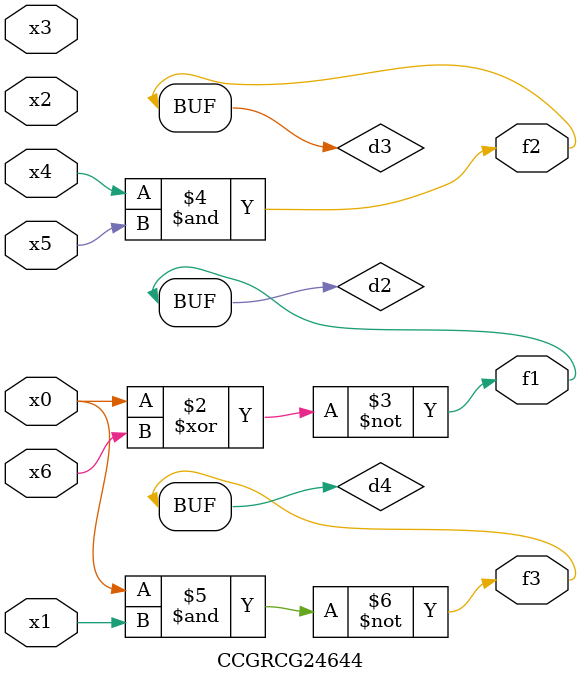
<source format=v>
module CCGRCG24644(
	input x0, x1, x2, x3, x4, x5, x6,
	output f1, f2, f3
);

	wire d1, d2, d3, d4;

	nor (d1, x0);
	xnor (d2, x0, x6);
	and (d3, x4, x5);
	nand (d4, x0, x1);
	assign f1 = d2;
	assign f2 = d3;
	assign f3 = d4;
endmodule

</source>
